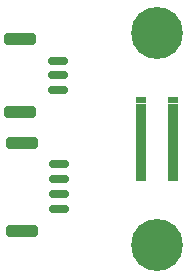
<source format=gbr>
%TF.GenerationSoftware,KiCad,Pcbnew,7.0.10*%
%TF.CreationDate,2024-02-02T13:19:37-05:00*%
%TF.ProjectId,quad_radio_adapter,71756164-5f72-4616-9469-6f5f61646170,rev?*%
%TF.SameCoordinates,Original*%
%TF.FileFunction,Soldermask,Bot*%
%TF.FilePolarity,Negative*%
%FSLAX46Y46*%
G04 Gerber Fmt 4.6, Leading zero omitted, Abs format (unit mm)*
G04 Created by KiCad (PCBNEW 7.0.10) date 2024-02-02 13:19:37*
%MOMM*%
%LPD*%
G01*
G04 APERTURE LIST*
G04 Aperture macros list*
%AMRoundRect*
0 Rectangle with rounded corners*
0 $1 Rounding radius*
0 $2 $3 $4 $5 $6 $7 $8 $9 X,Y pos of 4 corners*
0 Add a 4 corners polygon primitive as box body*
4,1,4,$2,$3,$4,$5,$6,$7,$8,$9,$2,$3,0*
0 Add four circle primitives for the rounded corners*
1,1,$1+$1,$2,$3*
1,1,$1+$1,$4,$5*
1,1,$1+$1,$6,$7*
1,1,$1+$1,$8,$9*
0 Add four rect primitives between the rounded corners*
20,1,$1+$1,$2,$3,$4,$5,0*
20,1,$1+$1,$4,$5,$6,$7,0*
20,1,$1+$1,$6,$7,$8,$9,0*
20,1,$1+$1,$8,$9,$2,$3,0*%
G04 Aperture macros list end*
%ADD10C,0.010000*%
%ADD11C,4.400000*%
%ADD12RoundRect,0.150000X0.700000X-0.150000X0.700000X0.150000X-0.700000X0.150000X-0.700000X-0.150000X0*%
%ADD13RoundRect,0.250000X1.100000X-0.250000X1.100000X0.250000X-1.100000X0.250000X-1.100000X-0.250000X0*%
%ADD14RoundRect,0.102000X-0.330000X0.175000X-0.330000X-0.175000X0.330000X-0.175000X0.330000X0.175000X0*%
G04 APERTURE END LIST*
%TO.C,J1*%
D10*
X105740000Y-97365000D02*
X104970000Y-97365000D01*
X104970000Y-97035000D01*
X105740000Y-97035000D01*
X105740000Y-97365000D01*
G36*
X105740000Y-97365000D02*
G01*
X104970000Y-97365000D01*
X104970000Y-97035000D01*
X105740000Y-97035000D01*
X105740000Y-97365000D01*
G37*
X103030000Y-97365000D02*
X102260000Y-97365000D01*
X102260000Y-97035000D01*
X103030000Y-97035000D01*
X103030000Y-97365000D01*
G36*
X103030000Y-97365000D02*
G01*
X102260000Y-97365000D01*
X102260000Y-97035000D01*
X103030000Y-97035000D01*
X103030000Y-97365000D01*
G37*
X105740000Y-97765000D02*
X104970000Y-97765000D01*
X104970000Y-97435000D01*
X105740000Y-97435000D01*
X105740000Y-97765000D01*
G36*
X105740000Y-97765000D02*
G01*
X104970000Y-97765000D01*
X104970000Y-97435000D01*
X105740000Y-97435000D01*
X105740000Y-97765000D01*
G37*
X103030000Y-97765000D02*
X102260000Y-97765000D01*
X102260000Y-97435000D01*
X103030000Y-97435000D01*
X103030000Y-97765000D01*
G36*
X103030000Y-97765000D02*
G01*
X102260000Y-97765000D01*
X102260000Y-97435000D01*
X103030000Y-97435000D01*
X103030000Y-97765000D01*
G37*
X105740000Y-98165000D02*
X104970000Y-98165000D01*
X104970000Y-97835000D01*
X105740000Y-97835000D01*
X105740000Y-98165000D01*
G36*
X105740000Y-98165000D02*
G01*
X104970000Y-98165000D01*
X104970000Y-97835000D01*
X105740000Y-97835000D01*
X105740000Y-98165000D01*
G37*
X103030000Y-98165000D02*
X102260000Y-98165000D01*
X102260000Y-97835000D01*
X103030000Y-97835000D01*
X103030000Y-98165000D01*
G36*
X103030000Y-98165000D02*
G01*
X102260000Y-98165000D01*
X102260000Y-97835000D01*
X103030000Y-97835000D01*
X103030000Y-98165000D01*
G37*
X105740000Y-98565000D02*
X104970000Y-98565000D01*
X104970000Y-98235000D01*
X105740000Y-98235000D01*
X105740000Y-98565000D01*
G36*
X105740000Y-98565000D02*
G01*
X104970000Y-98565000D01*
X104970000Y-98235000D01*
X105740000Y-98235000D01*
X105740000Y-98565000D01*
G37*
X103030000Y-98565000D02*
X102260000Y-98565000D01*
X102260000Y-98235000D01*
X103030000Y-98235000D01*
X103030000Y-98565000D01*
G36*
X103030000Y-98565000D02*
G01*
X102260000Y-98565000D01*
X102260000Y-98235000D01*
X103030000Y-98235000D01*
X103030000Y-98565000D01*
G37*
X105740000Y-98965000D02*
X104970000Y-98965000D01*
X104970000Y-98635000D01*
X105740000Y-98635000D01*
X105740000Y-98965000D01*
G36*
X105740000Y-98965000D02*
G01*
X104970000Y-98965000D01*
X104970000Y-98635000D01*
X105740000Y-98635000D01*
X105740000Y-98965000D01*
G37*
X103030000Y-98965000D02*
X102260000Y-98965000D01*
X102260000Y-98635000D01*
X103030000Y-98635000D01*
X103030000Y-98965000D01*
G36*
X103030000Y-98965000D02*
G01*
X102260000Y-98965000D01*
X102260000Y-98635000D01*
X103030000Y-98635000D01*
X103030000Y-98965000D01*
G37*
X105740000Y-99365000D02*
X104970000Y-99365000D01*
X104970000Y-99035000D01*
X105740000Y-99035000D01*
X105740000Y-99365000D01*
G36*
X105740000Y-99365000D02*
G01*
X104970000Y-99365000D01*
X104970000Y-99035000D01*
X105740000Y-99035000D01*
X105740000Y-99365000D01*
G37*
X103030000Y-99365000D02*
X102260000Y-99365000D01*
X102260000Y-99035000D01*
X103030000Y-99035000D01*
X103030000Y-99365000D01*
G36*
X103030000Y-99365000D02*
G01*
X102260000Y-99365000D01*
X102260000Y-99035000D01*
X103030000Y-99035000D01*
X103030000Y-99365000D01*
G37*
X105740000Y-99765000D02*
X104970000Y-99765000D01*
X104970000Y-99435000D01*
X105740000Y-99435000D01*
X105740000Y-99765000D01*
G36*
X105740000Y-99765000D02*
G01*
X104970000Y-99765000D01*
X104970000Y-99435000D01*
X105740000Y-99435000D01*
X105740000Y-99765000D01*
G37*
X103030000Y-99765000D02*
X102260000Y-99765000D01*
X102260000Y-99435000D01*
X103030000Y-99435000D01*
X103030000Y-99765000D01*
G36*
X103030000Y-99765000D02*
G01*
X102260000Y-99765000D01*
X102260000Y-99435000D01*
X103030000Y-99435000D01*
X103030000Y-99765000D01*
G37*
X105740000Y-100165000D02*
X104970000Y-100165000D01*
X104970000Y-99835000D01*
X105740000Y-99835000D01*
X105740000Y-100165000D01*
G36*
X105740000Y-100165000D02*
G01*
X104970000Y-100165000D01*
X104970000Y-99835000D01*
X105740000Y-99835000D01*
X105740000Y-100165000D01*
G37*
X103030000Y-100165000D02*
X102260000Y-100165000D01*
X102260000Y-99835000D01*
X103030000Y-99835000D01*
X103030000Y-100165000D01*
G36*
X103030000Y-100165000D02*
G01*
X102260000Y-100165000D01*
X102260000Y-99835000D01*
X103030000Y-99835000D01*
X103030000Y-100165000D01*
G37*
X105740000Y-100565000D02*
X104970000Y-100565000D01*
X104970000Y-100235000D01*
X105740000Y-100235000D01*
X105740000Y-100565000D01*
G36*
X105740000Y-100565000D02*
G01*
X104970000Y-100565000D01*
X104970000Y-100235000D01*
X105740000Y-100235000D01*
X105740000Y-100565000D01*
G37*
X103030000Y-100565000D02*
X102260000Y-100565000D01*
X102260000Y-100235000D01*
X103030000Y-100235000D01*
X103030000Y-100565000D01*
G36*
X103030000Y-100565000D02*
G01*
X102260000Y-100565000D01*
X102260000Y-100235000D01*
X103030000Y-100235000D01*
X103030000Y-100565000D01*
G37*
X105740000Y-100965000D02*
X104970000Y-100965000D01*
X104970000Y-100635000D01*
X105740000Y-100635000D01*
X105740000Y-100965000D01*
G36*
X105740000Y-100965000D02*
G01*
X104970000Y-100965000D01*
X104970000Y-100635000D01*
X105740000Y-100635000D01*
X105740000Y-100965000D01*
G37*
X103030000Y-100965000D02*
X102260000Y-100965000D01*
X102260000Y-100635000D01*
X103030000Y-100635000D01*
X103030000Y-100965000D01*
G36*
X103030000Y-100965000D02*
G01*
X102260000Y-100965000D01*
X102260000Y-100635000D01*
X103030000Y-100635000D01*
X103030000Y-100965000D01*
G37*
X105740000Y-101365000D02*
X104970000Y-101365000D01*
X104970000Y-101035000D01*
X105740000Y-101035000D01*
X105740000Y-101365000D01*
G36*
X105740000Y-101365000D02*
G01*
X104970000Y-101365000D01*
X104970000Y-101035000D01*
X105740000Y-101035000D01*
X105740000Y-101365000D01*
G37*
X103030000Y-101365000D02*
X102260000Y-101365000D01*
X102260000Y-101035000D01*
X103030000Y-101035000D01*
X103030000Y-101365000D01*
G36*
X103030000Y-101365000D02*
G01*
X102260000Y-101365000D01*
X102260000Y-101035000D01*
X103030000Y-101035000D01*
X103030000Y-101365000D01*
G37*
X105740000Y-101765000D02*
X104970000Y-101765000D01*
X104970000Y-101435000D01*
X105740000Y-101435000D01*
X105740000Y-101765000D01*
G36*
X105740000Y-101765000D02*
G01*
X104970000Y-101765000D01*
X104970000Y-101435000D01*
X105740000Y-101435000D01*
X105740000Y-101765000D01*
G37*
X103030000Y-101765000D02*
X102260000Y-101765000D01*
X102260000Y-101435000D01*
X103030000Y-101435000D01*
X103030000Y-101765000D01*
G36*
X103030000Y-101765000D02*
G01*
X102260000Y-101765000D01*
X102260000Y-101435000D01*
X103030000Y-101435000D01*
X103030000Y-101765000D01*
G37*
X105740000Y-102165000D02*
X104970000Y-102165000D01*
X104970000Y-101835000D01*
X105740000Y-101835000D01*
X105740000Y-102165000D01*
G36*
X105740000Y-102165000D02*
G01*
X104970000Y-102165000D01*
X104970000Y-101835000D01*
X105740000Y-101835000D01*
X105740000Y-102165000D01*
G37*
X103030000Y-102165000D02*
X102260000Y-102165000D01*
X102260000Y-101835000D01*
X103030000Y-101835000D01*
X103030000Y-102165000D01*
G36*
X103030000Y-102165000D02*
G01*
X102260000Y-102165000D01*
X102260000Y-101835000D01*
X103030000Y-101835000D01*
X103030000Y-102165000D01*
G37*
X105740000Y-102565000D02*
X104970000Y-102565000D01*
X104970000Y-102235000D01*
X105740000Y-102235000D01*
X105740000Y-102565000D01*
G36*
X105740000Y-102565000D02*
G01*
X104970000Y-102565000D01*
X104970000Y-102235000D01*
X105740000Y-102235000D01*
X105740000Y-102565000D01*
G37*
X103030000Y-102565000D02*
X102260000Y-102565000D01*
X102260000Y-102235000D01*
X103030000Y-102235000D01*
X103030000Y-102565000D01*
G36*
X103030000Y-102565000D02*
G01*
X102260000Y-102565000D01*
X102260000Y-102235000D01*
X103030000Y-102235000D01*
X103030000Y-102565000D01*
G37*
X105740000Y-102965000D02*
X104970000Y-102965000D01*
X104970000Y-102635000D01*
X105740000Y-102635000D01*
X105740000Y-102965000D01*
G36*
X105740000Y-102965000D02*
G01*
X104970000Y-102965000D01*
X104970000Y-102635000D01*
X105740000Y-102635000D01*
X105740000Y-102965000D01*
G37*
X103030000Y-102965000D02*
X102260000Y-102965000D01*
X102260000Y-102635000D01*
X103030000Y-102635000D01*
X103030000Y-102965000D01*
G36*
X103030000Y-102965000D02*
G01*
X102260000Y-102965000D01*
X102260000Y-102635000D01*
X103030000Y-102635000D01*
X103030000Y-102965000D01*
G37*
%TD*%
D11*
%TO.C,H1*%
X104000000Y-91000000D03*
%TD*%
%TO.C,H2*%
X104000000Y-109000000D03*
%TD*%
D12*
%TO.C,J4*%
X95765238Y-105900000D03*
X95765238Y-104650000D03*
X95765238Y-103400000D03*
X95765238Y-102150000D03*
D13*
X92565238Y-107750000D03*
X92565238Y-100300000D03*
%TD*%
D14*
%TO.C,J1*%
X105355000Y-96725000D03*
X102645000Y-96725000D03*
X105355000Y-103275000D03*
X102645000Y-103275000D03*
%TD*%
D12*
%TO.C,J5*%
X95665238Y-95850000D03*
X95665238Y-94600000D03*
X95665238Y-93350000D03*
D13*
X92465238Y-97700000D03*
X92465238Y-91500000D03*
%TD*%
M02*

</source>
